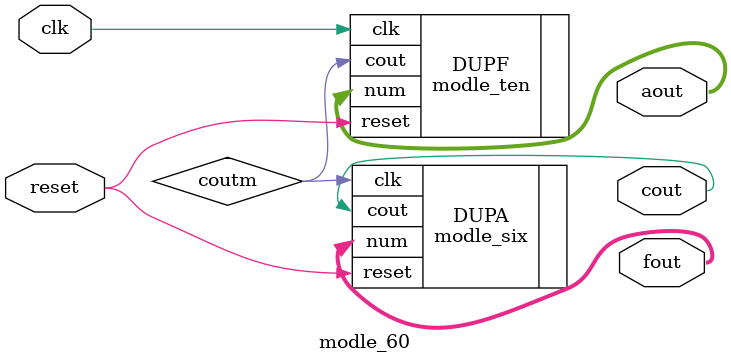
<source format=v>
`timescale 1ns / 1ps


module modle_60(
clk,reset,cout,fout,aout
    );
    input clk,reset;
    output wire cout;
    output wire [3:0] fout,aout;
    wire coutm;
    modle_ten DUPF (.clk(clk),.reset(reset),.cout(coutm),.num(aout));
    modle_six DUPA (.clk(coutm),.reset(reset),.cout(cout),.num(fout));
endmodule

</source>
